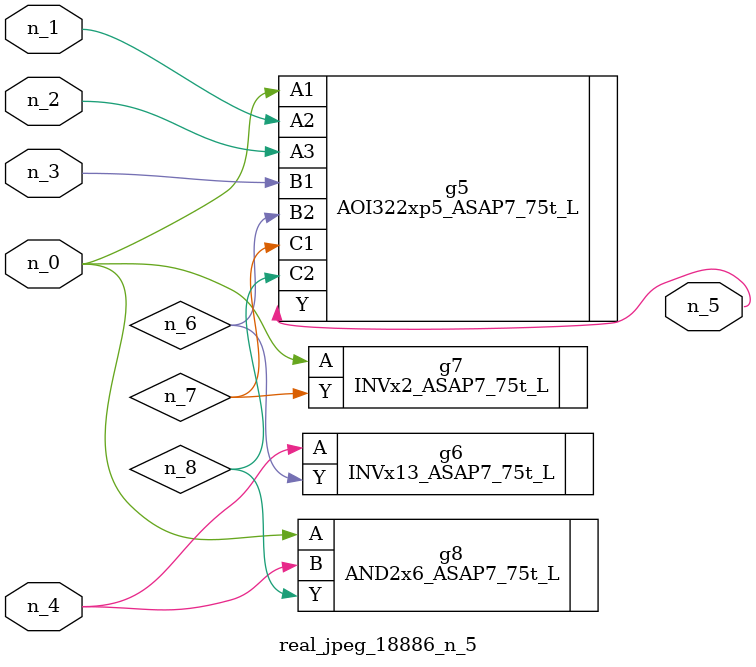
<source format=v>
module real_jpeg_18886_n_5 (n_4, n_0, n_1, n_2, n_3, n_5);

input n_4;
input n_0;
input n_1;
input n_2;
input n_3;

output n_5;

wire n_8;
wire n_6;
wire n_7;

AOI322xp5_ASAP7_75t_L g5 ( 
.A1(n_0),
.A2(n_1),
.A3(n_2),
.B1(n_3),
.B2(n_6),
.C1(n_7),
.C2(n_8),
.Y(n_5)
);

INVx2_ASAP7_75t_L g7 ( 
.A(n_0),
.Y(n_7)
);

AND2x6_ASAP7_75t_L g8 ( 
.A(n_0),
.B(n_4),
.Y(n_8)
);

INVx13_ASAP7_75t_L g6 ( 
.A(n_4),
.Y(n_6)
);


endmodule
</source>
